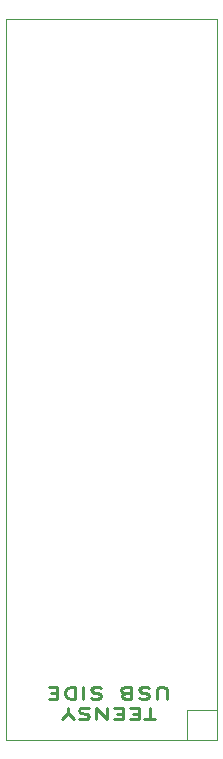
<source format=gto>
G04 #@! TF.FileFunction,Legend,Top*
%FSLAX46Y46*%
G04 Gerber Fmt 4.6, Leading zero omitted, Abs format (unit mm)*
G04 Created by KiCad (PCBNEW 4.0.6) date 05/30/17 16:39:26*
%MOMM*%
%LPD*%
G01*
G04 APERTURE LIST*
%ADD10C,0.100000*%
%ADD11C,0.250000*%
%ADD12C,0.120000*%
G04 APERTURE END LIST*
D10*
D11*
X12518571Y1697381D02*
X11661428Y1697381D01*
X12089999Y2697381D02*
X12089999Y1697381D01*
X11161428Y2173571D02*
X10661428Y2173571D01*
X10447142Y2697381D02*
X11161428Y2697381D01*
X11161428Y1697381D01*
X10447142Y1697381D01*
X9804285Y2173571D02*
X9304285Y2173571D01*
X9089999Y2697381D02*
X9804285Y2697381D01*
X9804285Y1697381D01*
X9089999Y1697381D01*
X8447142Y2697381D02*
X8447142Y1697381D01*
X7589999Y2697381D01*
X7589999Y1697381D01*
X6947142Y2649762D02*
X6732856Y2697381D01*
X6375713Y2697381D01*
X6232856Y2649762D01*
X6161427Y2602143D01*
X6089999Y2506905D01*
X6089999Y2411667D01*
X6161427Y2316429D01*
X6232856Y2268810D01*
X6375713Y2221190D01*
X6661427Y2173571D01*
X6804285Y2125952D01*
X6875713Y2078333D01*
X6947142Y1983095D01*
X6947142Y1887857D01*
X6875713Y1792619D01*
X6804285Y1745000D01*
X6661427Y1697381D01*
X6304285Y1697381D01*
X6089999Y1745000D01*
X5161428Y2221190D02*
X5161428Y2697381D01*
X5661428Y1697381D02*
X5161428Y2221190D01*
X4661428Y1697381D01*
X13554285Y3447381D02*
X13554285Y4256905D01*
X13482857Y4352143D01*
X13411428Y4399762D01*
X13268571Y4447381D01*
X12982857Y4447381D01*
X12839999Y4399762D01*
X12768571Y4352143D01*
X12697142Y4256905D01*
X12697142Y3447381D01*
X12054285Y4399762D02*
X11839999Y4447381D01*
X11482856Y4447381D01*
X11339999Y4399762D01*
X11268570Y4352143D01*
X11197142Y4256905D01*
X11197142Y4161667D01*
X11268570Y4066429D01*
X11339999Y4018810D01*
X11482856Y3971190D01*
X11768570Y3923571D01*
X11911428Y3875952D01*
X11982856Y3828333D01*
X12054285Y3733095D01*
X12054285Y3637857D01*
X11982856Y3542619D01*
X11911428Y3495000D01*
X11768570Y3447381D01*
X11411428Y3447381D01*
X11197142Y3495000D01*
X10054285Y3923571D02*
X9839999Y3971190D01*
X9768571Y4018810D01*
X9697142Y4114048D01*
X9697142Y4256905D01*
X9768571Y4352143D01*
X9839999Y4399762D01*
X9982857Y4447381D01*
X10554285Y4447381D01*
X10554285Y3447381D01*
X10054285Y3447381D01*
X9911428Y3495000D01*
X9839999Y3542619D01*
X9768571Y3637857D01*
X9768571Y3733095D01*
X9839999Y3828333D01*
X9911428Y3875952D01*
X10054285Y3923571D01*
X10554285Y3923571D01*
X7982857Y4399762D02*
X7768571Y4447381D01*
X7411428Y4447381D01*
X7268571Y4399762D01*
X7197142Y4352143D01*
X7125714Y4256905D01*
X7125714Y4161667D01*
X7197142Y4066429D01*
X7268571Y4018810D01*
X7411428Y3971190D01*
X7697142Y3923571D01*
X7840000Y3875952D01*
X7911428Y3828333D01*
X7982857Y3733095D01*
X7982857Y3637857D01*
X7911428Y3542619D01*
X7840000Y3495000D01*
X7697142Y3447381D01*
X7340000Y3447381D01*
X7125714Y3495000D01*
X6482857Y4447381D02*
X6482857Y3447381D01*
X5768571Y4447381D02*
X5768571Y3447381D01*
X5411428Y3447381D01*
X5197143Y3495000D01*
X5054285Y3590238D01*
X4982857Y3685476D01*
X4911428Y3875952D01*
X4911428Y4018810D01*
X4982857Y4209286D01*
X5054285Y4304524D01*
X5197143Y4399762D01*
X5411428Y4447381D01*
X5768571Y4447381D01*
X4268571Y3923571D02*
X3768571Y3923571D01*
X3554285Y4447381D02*
X4268571Y4447381D01*
X4268571Y3447381D01*
X3554285Y3447381D01*
D12*
X17780000Y2540000D02*
X15240000Y2540000D01*
X15240000Y2540000D02*
X15240000Y0D01*
X-60000Y2540000D02*
X-60000Y61020000D01*
X17840000Y61020000D02*
X-60000Y61020000D01*
X17840000Y61020000D02*
X17840000Y-60000D01*
X17840000Y-60000D02*
X-60000Y-60000D01*
X-60000Y2540000D02*
X-60000Y-60000D01*
X-60000Y-60000D02*
X1210000Y-60000D01*
M02*

</source>
